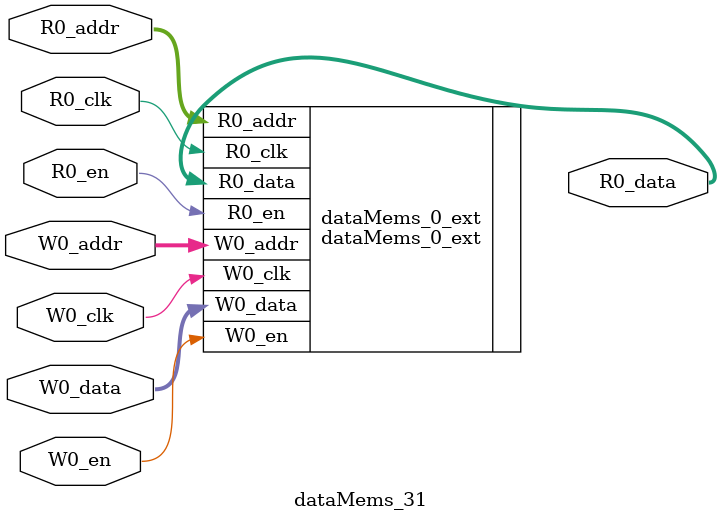
<source format=sv>
`ifndef RANDOMIZE
  `ifdef RANDOMIZE_REG_INIT
    `define RANDOMIZE
  `endif // RANDOMIZE_REG_INIT
`endif // not def RANDOMIZE
`ifndef RANDOMIZE
  `ifdef RANDOMIZE_MEM_INIT
    `define RANDOMIZE
  `endif // RANDOMIZE_MEM_INIT
`endif // not def RANDOMIZE

`ifndef RANDOM
  `define RANDOM $random
`endif // not def RANDOM

// Users can define 'PRINTF_COND' to add an extra gate to prints.
`ifndef PRINTF_COND_
  `ifdef PRINTF_COND
    `define PRINTF_COND_ (`PRINTF_COND)
  `else  // PRINTF_COND
    `define PRINTF_COND_ 1
  `endif // PRINTF_COND
`endif // not def PRINTF_COND_

// Users can define 'ASSERT_VERBOSE_COND' to add an extra gate to assert error printing.
`ifndef ASSERT_VERBOSE_COND_
  `ifdef ASSERT_VERBOSE_COND
    `define ASSERT_VERBOSE_COND_ (`ASSERT_VERBOSE_COND)
  `else  // ASSERT_VERBOSE_COND
    `define ASSERT_VERBOSE_COND_ 1
  `endif // ASSERT_VERBOSE_COND
`endif // not def ASSERT_VERBOSE_COND_

// Users can define 'STOP_COND' to add an extra gate to stop conditions.
`ifndef STOP_COND_
  `ifdef STOP_COND
    `define STOP_COND_ (`STOP_COND)
  `else  // STOP_COND
    `define STOP_COND_ 1
  `endif // STOP_COND
`endif // not def STOP_COND_

// Users can define INIT_RANDOM as general code that gets injected into the
// initializer block for modules with registers.
`ifndef INIT_RANDOM
  `define INIT_RANDOM
`endif // not def INIT_RANDOM

// If using random initialization, you can also define RANDOMIZE_DELAY to
// customize the delay used, otherwise 0.002 is used.
`ifndef RANDOMIZE_DELAY
  `define RANDOMIZE_DELAY 0.002
`endif // not def RANDOMIZE_DELAY

// Define INIT_RANDOM_PROLOG_ for use in our modules below.
`ifndef INIT_RANDOM_PROLOG_
  `ifdef RANDOMIZE
    `ifdef VERILATOR
      `define INIT_RANDOM_PROLOG_ `INIT_RANDOM
    `else  // VERILATOR
      `define INIT_RANDOM_PROLOG_ `INIT_RANDOM #`RANDOMIZE_DELAY begin end
    `endif // VERILATOR
  `else  // RANDOMIZE
    `define INIT_RANDOM_PROLOG_
  `endif // RANDOMIZE
`endif // not def INIT_RANDOM_PROLOG_

// Include register initializers in init blocks unless synthesis is set
`ifndef SYNTHESIS
  `ifndef ENABLE_INITIAL_REG_
    `define ENABLE_INITIAL_REG_
  `endif // not def ENABLE_INITIAL_REG_
`endif // not def SYNTHESIS

// Include rmemory initializers in init blocks unless synthesis is set
`ifndef SYNTHESIS
  `ifndef ENABLE_INITIAL_MEM_
    `define ENABLE_INITIAL_MEM_
  `endif // not def ENABLE_INITIAL_MEM_
`endif // not def SYNTHESIS

module dataMems_31(	// @[generators/ara/src/main/scala/UnsafeAXI4ToTL.scala:365:62]
  input  [4:0]   R0_addr,
  input          R0_en,
  input          R0_clk,
  output [258:0] R0_data,
  input  [4:0]   W0_addr,
  input          W0_en,
  input          W0_clk,
  input  [258:0] W0_data
);

  dataMems_0_ext dataMems_0_ext (	// @[generators/ara/src/main/scala/UnsafeAXI4ToTL.scala:365:62]
    .R0_addr (R0_addr),
    .R0_en   (R0_en),
    .R0_clk  (R0_clk),
    .R0_data (R0_data),
    .W0_addr (W0_addr),
    .W0_en   (W0_en),
    .W0_clk  (W0_clk),
    .W0_data (W0_data)
  );
endmodule


</source>
